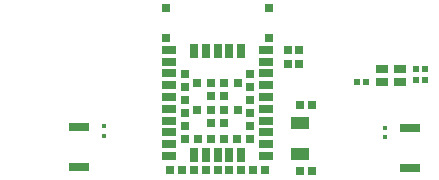
<source format=gtp>
G04*
G04 #@! TF.GenerationSoftware,Altium Limited,Altium Designer,21.6.4 (81)*
G04*
G04 Layer_Color=8421504*
%FSLAX44Y44*%
%MOMM*%
G71*
G04*
G04 #@! TF.SameCoordinates,1B3A0675-FE53-4D0F-B245-581B64E9A93D*
G04*
G04*
G04 #@! TF.FilePolarity,Positive*
G04*
G01*
G75*
%ADD15R,0.7000X0.7000*%
%ADD16R,1.1500X0.7000*%
%ADD17R,0.7000X1.1500*%
%ADD18R,0.7000X0.7000*%
%ADD19C,0.0100*%
%ADD20R,1.7000X0.8000*%
%ADD21R,0.5200X0.5500*%
%ADD22R,0.3500X0.3600*%
%ADD23R,0.7800X0.7400*%
%ADD24R,0.7200X0.7200*%
%ADD25R,1.5500X1.0000*%
%ADD26R,1.0000X0.8000*%
D15*
X156500Y187000D02*
D03*
Y212500D02*
D03*
X243500D02*
D03*
Y187000D02*
D03*
X227500Y101500D02*
D03*
Y112500D02*
D03*
Y123500D02*
D03*
Y134500D02*
D03*
Y145500D02*
D03*
X172500D02*
D03*
Y134500D02*
D03*
Y123500D02*
D03*
Y112500D02*
D03*
Y101500D02*
D03*
X183500D02*
D03*
X194500D02*
D03*
X205500D02*
D03*
X216500D02*
D03*
X160000Y75500D02*
D03*
X170000D02*
D03*
X180000D02*
D03*
X190000D02*
D03*
X200000D02*
D03*
X210000D02*
D03*
X220000D02*
D03*
X230000D02*
D03*
X240000D02*
D03*
X227500Y156500D02*
D03*
X172500D02*
D03*
D16*
X241250Y87000D02*
D03*
Y97000D02*
D03*
Y107000D02*
D03*
Y117000D02*
D03*
Y127000D02*
D03*
Y137000D02*
D03*
Y147000D02*
D03*
Y157000D02*
D03*
Y167000D02*
D03*
Y177000D02*
D03*
X158750D02*
D03*
Y167000D02*
D03*
Y157000D02*
D03*
Y147000D02*
D03*
Y137000D02*
D03*
Y127000D02*
D03*
Y117000D02*
D03*
Y107000D02*
D03*
Y97000D02*
D03*
Y87000D02*
D03*
D17*
X180000Y176250D02*
D03*
X190000D02*
D03*
X200000D02*
D03*
X210000D02*
D03*
X220000D02*
D03*
Y87750D02*
D03*
X210000D02*
D03*
X200000D02*
D03*
X190000D02*
D03*
X180000D02*
D03*
D18*
X217250Y149250D02*
D03*
X205750D02*
D03*
X194250D02*
D03*
X182750D02*
D03*
Y126250D02*
D03*
X194250Y137750D02*
D03*
X205750D02*
D03*
Y114750D02*
D03*
X217250Y126250D02*
D03*
X205750D02*
D03*
X194250D02*
D03*
Y114750D02*
D03*
D19*
X37350Y110900D02*
D03*
X24650D02*
D03*
X37350Y123600D02*
D03*
X24650D02*
D03*
X37350Y136300D02*
D03*
X24650D02*
D03*
D20*
X363000Y111000D02*
D03*
Y77000D02*
D03*
X83000Y78000D02*
D03*
Y112000D02*
D03*
D21*
X326000Y150000D02*
D03*
X318000D02*
D03*
X376000Y151000D02*
D03*
X368000D02*
D03*
X376000Y161000D02*
D03*
X368000D02*
D03*
D22*
X342000Y102800D02*
D03*
Y111200D02*
D03*
X104000Y112200D02*
D03*
Y103800D02*
D03*
D23*
X269066Y177186D02*
D03*
X259266D02*
D03*
X269166Y165186D02*
D03*
X259366D02*
D03*
D24*
X280100Y130000D02*
D03*
X269900D02*
D03*
Y74000D02*
D03*
X280100D02*
D03*
D25*
X270000Y89000D02*
D03*
Y115000D02*
D03*
D26*
X339500Y160500D02*
D03*
X354500D02*
D03*
Y149500D02*
D03*
X339500D02*
D03*
M02*

</source>
